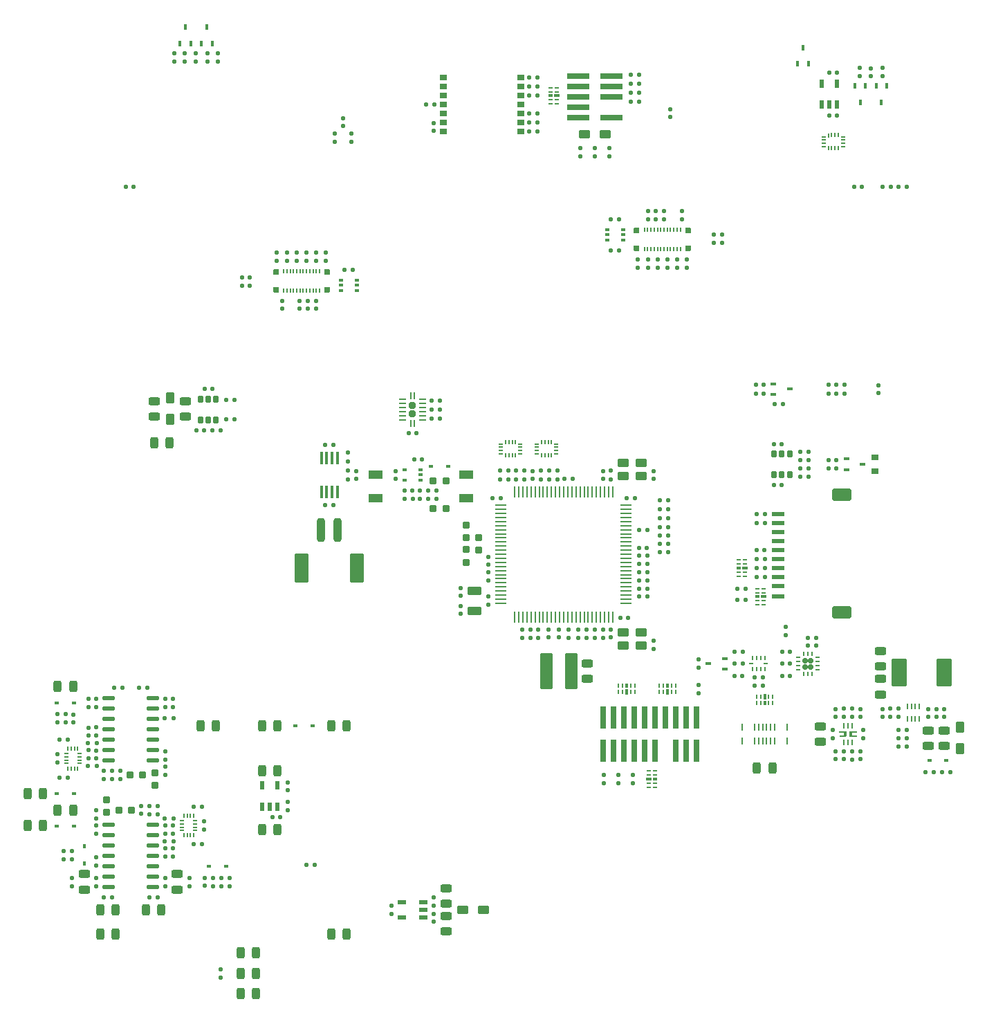
<source format=gbp>
G04 #@! TF.GenerationSoftware,KiCad,Pcbnew,7.0.11-2.fc39*
G04 #@! TF.CreationDate,2024-06-13T18:25:33+01:00*
G04 #@! TF.ProjectId,msf-owl-clock,6d73662d-6f77-46c2-9d63-6c6f636b2e6b,0.1*
G04 #@! TF.SameCoordinates,Original*
G04 #@! TF.FileFunction,Paste,Bot*
G04 #@! TF.FilePolarity,Positive*
%FSLAX46Y46*%
G04 Gerber Fmt 4.6, Leading zero omitted, Abs format (unit mm)*
G04 Created by KiCad (PCBNEW 7.0.11-2.fc39) date 2024-06-13 18:25:33*
%MOMM*%
%LPD*%
G01*
G04 APERTURE LIST*
G04 Aperture macros list*
%AMRoundRect*
0 Rectangle with rounded corners*
0 $1 Rounding radius*
0 $2 $3 $4 $5 $6 $7 $8 $9 X,Y pos of 4 corners*
0 Add a 4 corners polygon primitive as box body*
4,1,4,$2,$3,$4,$5,$6,$7,$8,$9,$2,$3,0*
0 Add four circle primitives for the rounded corners*
1,1,$1+$1,$2,$3*
1,1,$1+$1,$4,$5*
1,1,$1+$1,$6,$7*
1,1,$1+$1,$8,$9*
0 Add four rect primitives between the rounded corners*
20,1,$1+$1,$2,$3,$4,$5,0*
20,1,$1+$1,$4,$5,$6,$7,0*
20,1,$1+$1,$6,$7,$8,$9,0*
20,1,$1+$1,$8,$9,$2,$3,0*%
%AMFreePoly0*
4,1,6,0.324600,-0.299600,-0.324600,-0.299600,-0.324600,0.184478,-0.209478,0.299600,0.324600,0.299600,0.324600,-0.299600,0.324600,-0.299600,$1*%
%AMFreePoly1*
4,1,6,0.324600,-0.299600,-0.209478,-0.299600,-0.324600,-0.184478,-0.324600,0.299600,0.324600,0.299600,0.324600,-0.299600,0.324600,-0.299600,$1*%
%AMFreePoly2*
4,1,6,0.324600,0.184478,0.324600,-0.299600,-0.324600,-0.299600,-0.324600,0.299600,0.209478,0.299600,0.324600,0.184478,0.324600,0.184478,$1*%
%AMFreePoly3*
4,1,6,0.324600,-0.184478,0.209478,-0.299600,-0.324600,-0.299600,-0.324600,0.299600,0.324600,0.299600,0.324600,-0.184478,0.324600,-0.184478,$1*%
%AMFreePoly4*
4,1,6,0.149600,-0.217478,0.017478,-0.349600,-0.149600,-0.349600,-0.149600,0.349600,0.149600,0.349600,0.149600,-0.217478,0.149600,-0.217478,$1*%
G04 Aperture macros list end*
%ADD10RoundRect,0.152500X-0.152500X0.152500X-0.152500X-0.152500X0.152500X-0.152500X0.152500X0.152500X0*%
%ADD11RoundRect,0.041533X-0.083067X0.223067X-0.083067X-0.223067X0.083067X-0.223067X0.083067X0.223067X0*%
%ADD12RoundRect,0.041533X-0.223067X0.083067X-0.223067X-0.083067X0.223067X-0.083067X0.223067X0.083067X0*%
%ADD13RoundRect,0.139114X-0.185486X0.285486X-0.185486X-0.285486X0.185486X-0.285486X0.185486X0.285486X0*%
%ADD14RoundRect,0.127300X-0.127300X-0.157300X0.127300X-0.157300X0.127300X0.157300X-0.127300X0.157300X0*%
%ADD15RoundRect,0.038957X0.050643X0.185643X-0.050643X0.185643X-0.050643X-0.185643X0.050643X-0.185643X0*%
%ADD16FreePoly0,180.000000*%
%ADD17FreePoly1,180.000000*%
%ADD18FreePoly2,180.000000*%
%ADD19FreePoly3,180.000000*%
%ADD20RoundRect,0.127300X0.127300X0.157300X-0.127300X0.157300X-0.127300X-0.157300X0.127300X-0.157300X0*%
%ADD21RoundRect,0.212300X0.212300X0.237300X-0.212300X0.237300X-0.212300X-0.237300X0.212300X-0.237300X0*%
%ADD22RoundRect,0.122300X-0.172300X0.122300X-0.172300X-0.122300X0.172300X-0.122300X0.172300X0.122300X0*%
%ADD23RoundRect,0.127300X-0.157300X0.127300X-0.157300X-0.127300X0.157300X-0.127300X0.157300X0.127300X0*%
%ADD24RoundRect,0.122300X-0.122300X-0.172300X0.122300X-0.172300X0.122300X0.172300X-0.122300X0.172300X0*%
%ADD25RoundRect,0.122300X0.122300X0.172300X-0.122300X0.172300X-0.122300X-0.172300X0.122300X-0.172300X0*%
%ADD26RoundRect,0.127300X0.157300X-0.127300X0.157300X0.127300X-0.157300X0.127300X-0.157300X-0.127300X0*%
%ADD27RoundRect,0.202500X-0.202500X-0.202500X0.202500X-0.202500X0.202500X0.202500X-0.202500X0.202500X0*%
%ADD28RoundRect,0.049800X-0.049800X-0.337300X0.049800X-0.337300X0.049800X0.337300X-0.049800X0.337300X0*%
%ADD29RoundRect,0.049800X-0.337300X-0.049800X0.337300X-0.049800X0.337300X0.049800X-0.337300X0.049800X0*%
%ADD30RoundRect,0.087300X-0.087300X0.699800X-0.087300X-0.699800X0.087300X-0.699800X0.087300X0.699800X0*%
%ADD31RoundRect,0.212300X0.237300X-0.212300X0.237300X0.212300X-0.237300X0.212300X-0.237300X-0.212300X0*%
%ADD32R,0.199200X0.574200*%
%ADD33R,0.399200X0.649200*%
%ADD34R,0.399200X0.574200*%
%ADD35RoundRect,0.122300X0.172300X-0.122300X0.172300X0.122300X-0.172300X0.122300X-0.172300X-0.122300X0*%
%ADD36RoundRect,0.237300X0.237300X0.462300X-0.237300X0.462300X-0.237300X-0.462300X0.237300X-0.462300X0*%
%ADD37RoundRect,0.237300X0.462300X-0.237300X0.462300X0.237300X-0.462300X0.237300X-0.462300X-0.237300X0*%
%ADD38RoundRect,0.237300X-0.462300X0.237300X-0.462300X-0.237300X0.462300X-0.237300X0.462300X0.237300X0*%
%ADD39R,0.549200X0.399200*%
%ADD40RoundRect,0.237300X-0.237300X-0.462300X0.237300X-0.462300X0.237300X0.462300X-0.237300X0.462300X0*%
%ADD41RoundRect,0.143073X-0.531527X-0.381527X0.531527X-0.381527X0.531527X0.381527X-0.531527X0.381527X0*%
%ADD42R,0.649200X0.399200*%
%ADD43RoundRect,0.137300X0.612300X0.137300X-0.612300X0.137300X-0.612300X-0.137300X0.612300X-0.137300X0*%
%ADD44RoundRect,0.142380X0.732220X-0.332220X0.732220X0.332220X-0.732220X0.332220X-0.732220X-0.332220X0*%
%ADD45R,0.549200X0.369200*%
%ADD46R,0.599200X0.349200*%
%ADD47RoundRect,0.045767X0.228833X-0.478833X0.228833X0.478833X-0.228833X0.478833X-0.228833X-0.478833X0*%
%ADD48RoundRect,0.039840X-0.059760X0.209760X-0.059760X-0.209760X0.059760X-0.209760X0.059760X0.209760X0*%
%ADD49RoundRect,0.037300X-0.037300X0.212300X-0.037300X-0.212300X0.037300X-0.212300X0.037300X0.212300X0*%
%ADD50RoundRect,0.041533X-0.233067X0.083067X-0.233067X-0.083067X0.233067X-0.083067X0.233067X0.083067X0*%
%ADD51RoundRect,0.238957X0.635643X-0.310643X0.635643X0.310643X-0.635643X0.310643X-0.635643X-0.310643X0*%
%ADD52RoundRect,0.037300X0.037300X-0.287300X0.037300X0.287300X-0.037300X0.287300X-0.037300X-0.287300X0*%
%ADD53RoundRect,0.037300X0.037300X-0.237300X0.037300X0.237300X-0.037300X0.237300X-0.037300X-0.237300X0*%
%ADD54RoundRect,0.037300X0.237300X-0.037300X0.237300X0.037300X-0.237300X0.037300X-0.237300X-0.037300X0*%
%ADD55RoundRect,0.045767X-0.678833X0.228833X-0.678833X-0.228833X0.678833X-0.228833X0.678833X0.228833X0*%
%ADD56RoundRect,0.144920X-0.999680X0.579680X-0.999680X-0.579680X0.999680X-0.579680X0.999680X0.579680X0*%
%ADD57R,0.574200X0.199200*%
%ADD58R,0.574200X0.399200*%
%ADD59RoundRect,0.041533X0.083067X-0.268067X0.083067X0.268067X-0.083067X0.268067X-0.083067X-0.268067X0*%
%ADD60R,0.689200X2.739200*%
%ADD61R,0.549200X0.199200*%
%ADD62R,0.849200X0.199200*%
%ADD63FreePoly4,0.000000*%
%ADD64R,0.199200X0.649200*%
%ADD65R,0.299200X0.699200*%
%ADD66RoundRect,0.094920X-0.379680X0.579680X-0.379680X-0.579680X0.379680X-0.579680X0.379680X0.579680X0*%
%ADD67RoundRect,0.038957X-0.050643X-0.185643X0.050643X-0.185643X0.050643X0.185643X-0.050643X0.185643X0*%
%ADD68FreePoly0,0.000000*%
%ADD69FreePoly1,0.000000*%
%ADD70FreePoly2,0.000000*%
%ADD71FreePoly3,0.000000*%
%ADD72RoundRect,0.212300X-0.237300X0.212300X-0.237300X-0.212300X0.237300X-0.212300X0.237300X0.212300X0*%
%ADD73RoundRect,0.046825X0.402775X0.327775X-0.402775X0.327775X-0.402775X-0.327775X0.402775X-0.327775X0*%
%ADD74RoundRect,0.212300X-0.212300X-0.237300X0.212300X-0.237300X0.212300X0.237300X-0.212300X0.237300X0*%
%ADD75RoundRect,0.097254X0.802346X1.627346X-0.802346X1.627346X-0.802346X-1.627346X0.802346X-1.627346X0*%
%ADD76RoundRect,0.037300X-0.037300X0.287300X-0.037300X-0.287300X0.037300X-0.287300X0.037300X0.287300X0*%
%ADD77RoundRect,0.037300X-0.037300X0.237300X-0.037300X-0.237300X0.037300X-0.237300X0.037300X0.237300X0*%
%ADD78RoundRect,0.037300X-0.237300X0.037300X-0.237300X-0.037300X0.237300X-0.037300X0.237300X0.037300X0*%
%ADD79RoundRect,0.144920X-0.579680X-2.079680X0.579680X-2.079680X0.579680X2.079680X-0.579680X2.079680X0*%
%ADD80R,0.399200X0.549200*%
%ADD81RoundRect,0.237300X-0.237300X-1.187300X0.237300X-1.187300X0.237300X1.187300X-0.237300X1.187300X0*%
%ADD82RoundRect,0.242944X-0.631656X-1.531656X0.631656X-1.531656X0.631656X1.531656X-0.631656X1.531656X0*%
%ADD83RoundRect,0.062300X-0.649800X-0.062300X0.649800X-0.062300X0.649800X0.062300X-0.649800X0.062300X0*%
%ADD84RoundRect,0.062300X-0.062300X-0.649800X0.062300X-0.649800X0.062300X0.649800X-0.062300X0.649800X0*%
%ADD85RoundRect,0.037300X-0.287300X-0.037300X0.287300X-0.037300X0.287300X0.037300X-0.287300X0.037300X0*%
%ADD86RoundRect,0.037300X-0.237300X-0.037300X0.237300X-0.037300X0.237300X0.037300X-0.237300X0.037300X0*%
%ADD87RoundRect,0.037300X-0.037300X-0.237300X0.037300X-0.237300X0.037300X0.237300X-0.037300X0.237300X0*%
%ADD88RoundRect,0.037300X0.287300X0.037300X-0.287300X0.037300X-0.287300X-0.037300X0.287300X-0.037300X0*%
%ADD89RoundRect,0.037300X0.237300X0.037300X-0.237300X0.037300X-0.237300X-0.037300X0.237300X-0.037300X0*%
%ADD90RoundRect,0.037300X0.037300X0.237300X-0.037300X0.237300X-0.037300X-0.237300X0.037300X-0.237300X0*%
%ADD91RoundRect,0.045767X0.478833X0.228833X-0.478833X0.228833X-0.478833X-0.228833X0.478833X-0.228833X0*%
%ADD92RoundRect,0.187300X0.262300X-0.187300X0.262300X0.187300X-0.262300X0.187300X-0.262300X-0.187300X0*%
%ADD93RoundRect,0.094920X0.379680X-0.579680X0.379680X0.579680X-0.379680X0.579680X-0.379680X-0.579680X0*%
%ADD94RoundRect,0.041533X-0.083067X-0.368067X0.083067X-0.368067X0.083067X0.368067X-0.083067X0.368067X0*%
%ADD95RoundRect,0.094920X-0.579680X-0.379680X0.579680X-0.379680X0.579680X0.379680X-0.579680X0.379680X0*%
%ADD96R,2.739200X0.689200*%
%ADD97RoundRect,0.094920X0.579680X0.379680X-0.579680X0.379680X-0.579680X-0.379680X0.579680X-0.379680X0*%
G04 APERTURE END LIST*
D10*
X139540000Y-113040000D03*
X140260000Y-113040000D03*
X139540000Y-113760000D03*
X140260000Y-113760000D03*
D11*
X139400000Y-112185000D03*
X139900000Y-112185000D03*
X140400000Y-112185000D03*
D12*
X141115000Y-112650000D03*
X141115000Y-113150000D03*
X141115000Y-113650000D03*
X141115000Y-114150000D03*
D11*
X140400000Y-114615000D03*
X139900000Y-114615000D03*
X139400000Y-114615000D03*
D12*
X138685000Y-114150000D03*
X138685000Y-113650000D03*
X138685000Y-113150000D03*
X138685000Y-112650000D03*
D13*
X65550000Y-81050000D03*
X66500000Y-81050000D03*
X67450000Y-81050000D03*
X67450000Y-83550000D03*
X66500000Y-83550000D03*
X65550000Y-83550000D03*
D14*
X65020000Y-84800000D03*
X65980000Y-84800000D03*
D15*
X80120000Y-67740000D03*
X79720000Y-67740000D03*
X79320000Y-67740000D03*
X78920000Y-67740000D03*
X78520000Y-67740000D03*
X78120000Y-67740000D03*
X77720000Y-67740000D03*
X77320000Y-67740000D03*
X76920000Y-67740000D03*
X76520000Y-67740000D03*
X76120000Y-67740000D03*
X75720000Y-67740000D03*
X75720000Y-65340000D03*
X76120000Y-65340000D03*
X76520000Y-65340000D03*
X76920000Y-65340000D03*
X77320000Y-65340000D03*
X77720000Y-65340000D03*
X78120000Y-65340000D03*
X78520000Y-65340000D03*
X78920000Y-65340000D03*
X79320000Y-65340000D03*
X79720000Y-65340000D03*
X80120000Y-65340000D03*
D16*
X81070000Y-67665000D03*
D17*
X81070000Y-65415000D03*
D18*
X74770000Y-67665000D03*
D19*
X74770000Y-65415000D03*
D20*
X137680000Y-113400000D03*
X136720000Y-113400000D03*
D21*
X95575000Y-94400000D03*
X94025000Y-94400000D03*
D22*
X106900000Y-109190000D03*
X106900000Y-110210000D03*
D23*
X94100000Y-47220000D03*
X94100000Y-48180000D03*
D24*
X138990000Y-87500000D03*
X140010000Y-87500000D03*
D23*
X79700000Y-69020000D03*
X79700000Y-69980000D03*
D14*
X64720000Y-130900000D03*
X65680000Y-130900000D03*
D20*
X81780000Y-94000000D03*
X80820000Y-94000000D03*
D22*
X49800000Y-139590000D03*
X49800000Y-140610000D03*
D25*
X52810000Y-125900000D03*
X51790000Y-125900000D03*
D23*
X75500000Y-69020000D03*
X75500000Y-69980000D03*
D26*
X61200000Y-134180000D03*
X61200000Y-133220000D03*
D27*
X91500000Y-81800000D03*
X91500000Y-82800000D03*
D28*
X91250000Y-83987500D03*
D29*
X90312500Y-83550000D03*
X90312500Y-83050000D03*
X90312500Y-82550000D03*
X90312500Y-82050000D03*
X90312500Y-81550000D03*
X90312500Y-81050000D03*
D28*
X91250000Y-80612500D03*
X91750000Y-80612500D03*
D29*
X92687500Y-81050000D03*
X92687500Y-81550000D03*
X92687500Y-82050000D03*
X92687500Y-82550000D03*
X92687500Y-83050000D03*
X92687500Y-83550000D03*
D28*
X91750000Y-83987500D03*
D22*
X61200000Y-139590000D03*
X61200000Y-140610000D03*
D23*
X97400000Y-104120000D03*
X97400000Y-105080000D03*
D24*
X121790000Y-97700000D03*
X122810000Y-97700000D03*
D22*
X122700000Y-63890000D03*
X122700000Y-64910000D03*
D30*
X80325000Y-88187500D03*
X80975000Y-88187500D03*
X81625000Y-88187500D03*
X82275000Y-88187500D03*
X82275000Y-92412500D03*
X81625000Y-92412500D03*
X80975000Y-92412500D03*
X80325000Y-92412500D03*
D24*
X138990000Y-89500000D03*
X140010000Y-89500000D03*
D31*
X60000000Y-128275000D03*
X60000000Y-126725000D03*
D25*
X122810000Y-96700000D03*
X121790000Y-96700000D03*
D22*
X121500000Y-63890000D03*
X121500000Y-64910000D03*
D32*
X118700000Y-116850000D03*
X118200000Y-116850000D03*
D33*
X117700000Y-116850000D03*
D32*
X117200000Y-116850000D03*
X116700000Y-116850000D03*
X116700000Y-116087500D03*
X117200000Y-116087500D03*
D34*
X117700000Y-116087500D03*
D32*
X118200000Y-116087500D03*
X118700000Y-116087500D03*
D35*
X48000000Y-120610000D03*
X48000000Y-119590000D03*
D20*
X131880000Y-114900000D03*
X130920000Y-114900000D03*
D26*
X123000000Y-46480000D03*
X123000000Y-45520000D03*
D20*
X92680000Y-88400000D03*
X91720000Y-88400000D03*
D36*
X72350000Y-151300000D03*
X70450000Y-151300000D03*
D35*
X66400000Y-39710000D03*
X66400000Y-38690000D03*
D26*
X146700000Y-122480000D03*
X146700000Y-121520000D03*
D37*
X141400000Y-122950000D03*
X141400000Y-121050000D03*
D13*
X135750000Y-87750000D03*
X136700000Y-87750000D03*
X137650000Y-87750000D03*
X137650000Y-90250000D03*
X136700000Y-90250000D03*
X135750000Y-90250000D03*
D35*
X80900000Y-64110000D03*
X80900000Y-63090000D03*
D26*
X55700000Y-127480000D03*
X55700000Y-126520000D03*
D38*
X112900000Y-113350000D03*
X112900000Y-115250000D03*
D25*
X49310000Y-122700000D03*
X48290000Y-122700000D03*
D23*
X100800000Y-102220000D03*
X100800000Y-103180000D03*
D38*
X95600000Y-144250000D03*
X95600000Y-146150000D03*
D39*
X47950000Y-118200000D03*
X50050000Y-118200000D03*
D26*
X124500000Y-58980000D03*
X124500000Y-58020000D03*
D23*
X100800000Y-100320000D03*
X100800000Y-101280000D03*
D22*
X126500000Y-112890000D03*
X126500000Y-113910000D03*
D35*
X129400000Y-61910000D03*
X129400000Y-60890000D03*
D37*
X95600000Y-142750000D03*
X95600000Y-140850000D03*
D39*
X47950000Y-129300000D03*
X50050000Y-129300000D03*
D40*
X53250000Y-143500000D03*
X55150000Y-143500000D03*
D41*
X117300000Y-88800000D03*
X119500000Y-88800000D03*
X119500000Y-90400000D03*
X117300000Y-90400000D03*
D26*
X149000000Y-119880000D03*
X149000000Y-118920000D03*
D22*
X108200000Y-89790000D03*
X108200000Y-90810000D03*
X48000000Y-124490000D03*
X48000000Y-125510000D03*
D26*
X94100000Y-142980000D03*
X94100000Y-142020000D03*
D22*
X149000000Y-40490000D03*
X149000000Y-41510000D03*
X52800000Y-133190000D03*
X52800000Y-134210000D03*
D35*
X94400000Y-93210000D03*
X94400000Y-92190000D03*
D26*
X121300000Y-58980000D03*
X121300000Y-58020000D03*
D35*
X71600000Y-67110000D03*
X71600000Y-66090000D03*
D36*
X55150000Y-146500000D03*
X53250000Y-146500000D03*
D35*
X52800000Y-118710000D03*
X52800000Y-117690000D03*
D40*
X65550000Y-121000000D03*
X67450000Y-121000000D03*
D36*
X74950000Y-121000000D03*
X73050000Y-121000000D03*
D22*
X52800000Y-131290000D03*
X52800000Y-132310000D03*
D23*
X148500000Y-79320000D03*
X148500000Y-80280000D03*
D26*
X52800000Y-138080000D03*
X52800000Y-137120000D03*
X147600000Y-41480000D03*
X147600000Y-40520000D03*
D25*
X54710000Y-142000000D03*
X53690000Y-142000000D03*
D22*
X62300000Y-38690000D03*
X62300000Y-39710000D03*
D20*
X91480000Y-92200000D03*
X90520000Y-92200000D03*
D24*
X61190000Y-132300000D03*
X62210000Y-132300000D03*
D25*
X106810000Y-43900000D03*
X105790000Y-43900000D03*
D35*
X133350000Y-116110000D03*
X133350000Y-115090000D03*
D40*
X48050000Y-116200000D03*
X49950000Y-116200000D03*
D26*
X97400000Y-107280000D03*
X97400000Y-106320000D03*
D35*
X144300000Y-119910000D03*
X144300000Y-118890000D03*
D42*
X135691100Y-80450000D03*
X135691100Y-79150000D03*
X137691100Y-79800000D03*
D24*
X93790000Y-82300000D03*
X94810000Y-82300000D03*
D22*
X105900000Y-109190000D03*
X105900000Y-110210000D03*
D35*
X77300000Y-64110000D03*
X77300000Y-63090000D03*
D23*
X115800000Y-109220000D03*
X115800000Y-110180000D03*
D39*
X95850000Y-89200000D03*
X93750000Y-89200000D03*
D22*
X113800000Y-109190000D03*
X113800000Y-110210000D03*
D43*
X59700000Y-133090000D03*
X59700000Y-134360000D03*
X59700000Y-135630000D03*
X59700000Y-136900000D03*
X59700000Y-138170000D03*
X59700000Y-139440000D03*
X59700000Y-140710000D03*
X54300000Y-140710000D03*
X54300000Y-139440000D03*
X54300000Y-138170000D03*
X54300000Y-136900000D03*
X54300000Y-135630000D03*
X54300000Y-134360000D03*
X54300000Y-133090000D03*
D35*
X70600000Y-67110000D03*
X70600000Y-66090000D03*
D44*
X99100000Y-106950000D03*
X99100000Y-104450000D03*
D38*
X51300000Y-139150000D03*
X51300000Y-141050000D03*
D23*
X94100000Y-144020000D03*
X94100000Y-144980000D03*
D22*
X112800000Y-109190000D03*
X112800000Y-110210000D03*
X102200000Y-89790000D03*
X102200000Y-90810000D03*
D26*
X121000000Y-90800000D03*
X121000000Y-89840000D03*
X106200000Y-90780000D03*
X106200000Y-89820000D03*
D35*
X67100000Y-140610000D03*
X67100000Y-139590000D03*
D23*
X65000000Y-38720000D03*
X65000000Y-39680000D03*
D45*
X82750000Y-67750000D03*
X82750000Y-67100000D03*
X82750000Y-66450000D03*
X84650000Y-66450000D03*
X84650000Y-67100000D03*
X84650000Y-67750000D03*
D24*
X119190000Y-101200000D03*
X120210000Y-101200000D03*
D46*
X92450000Y-89650000D03*
X92450000Y-90300000D03*
X92450000Y-90950000D03*
X90550000Y-90950000D03*
X90550000Y-89650000D03*
D36*
X46250000Y-133200000D03*
X44350000Y-133200000D03*
D24*
X119190000Y-103200000D03*
X120210000Y-103200000D03*
D39*
X50050000Y-133300000D03*
X47950000Y-133300000D03*
D24*
X148990000Y-55000000D03*
X150010000Y-55000000D03*
D35*
X133500000Y-80310000D03*
X133500000Y-79290000D03*
X100800000Y-106210000D03*
X100800000Y-105190000D03*
D24*
X59290000Y-142000000D03*
X60310000Y-142000000D03*
D35*
X145300000Y-119910000D03*
X145300000Y-118890000D03*
D47*
X74950000Y-130900000D03*
X74000000Y-130900000D03*
X73050000Y-130900000D03*
X73050000Y-128300000D03*
X74950000Y-128300000D03*
D35*
X123900000Y-64910000D03*
X123900000Y-63890000D03*
D20*
X102280000Y-93100000D03*
X101320000Y-93100000D03*
X143480000Y-41100000D03*
X142520000Y-41100000D03*
D22*
X116700000Y-126990000D03*
X116700000Y-128010000D03*
D20*
X137680000Y-114900000D03*
X136720000Y-114900000D03*
D25*
X134610000Y-100600000D03*
X133590000Y-100600000D03*
X68010000Y-84800000D03*
X66990000Y-84800000D03*
X140010000Y-90500000D03*
X138990000Y-90500000D03*
D24*
X135790000Y-81600000D03*
X136810000Y-81600000D03*
X150990000Y-123500000D03*
X152010000Y-123500000D03*
D26*
X143300000Y-119880000D03*
X143300000Y-118920000D03*
X115600000Y-51280000D03*
X115600000Y-50320000D03*
D35*
X126500000Y-117010000D03*
X126500000Y-115990000D03*
X134350000Y-116110000D03*
X134350000Y-115090000D03*
D32*
X123700000Y-116850000D03*
X123200000Y-116850000D03*
D33*
X122700000Y-116850000D03*
D32*
X122200000Y-116850000D03*
X121700000Y-116850000D03*
X121700000Y-116087500D03*
X122200000Y-116087500D03*
D34*
X122700000Y-116087500D03*
D32*
X123200000Y-116087500D03*
X123700000Y-116087500D03*
D22*
X103200000Y-89790000D03*
X103200000Y-90810000D03*
D42*
X129700000Y-112750000D03*
X129700000Y-114050000D03*
X127700000Y-113400000D03*
D36*
X46250000Y-129300000D03*
X44350000Y-129300000D03*
D24*
X150990000Y-55000000D03*
X152010000Y-55000000D03*
X131290000Y-104200000D03*
X132310000Y-104200000D03*
D20*
X137680000Y-111900000D03*
X136720000Y-111900000D03*
D48*
X133100000Y-112725000D03*
D49*
X133600000Y-112725000D03*
X134100000Y-112725000D03*
D48*
X134600000Y-112725000D03*
D50*
X134750000Y-113400000D03*
D48*
X134600000Y-114075000D03*
D49*
X134100000Y-114075000D03*
X133600000Y-114075000D03*
D48*
X133100000Y-114075000D03*
D50*
X132950000Y-113400000D03*
D35*
X51800000Y-125010000D03*
X51800000Y-123990000D03*
D25*
X152010000Y-122500000D03*
X150990000Y-122500000D03*
D20*
X155280000Y-126700000D03*
X154320000Y-126700000D03*
D22*
X111800000Y-109190000D03*
X111800000Y-110210000D03*
D35*
X128400000Y-61910000D03*
X128400000Y-60890000D03*
X142400000Y-89510000D03*
X142400000Y-88490000D03*
D22*
X125100000Y-63890000D03*
X125100000Y-64910000D03*
D24*
X93790000Y-83400000D03*
X94810000Y-83400000D03*
D25*
X134610000Y-95100000D03*
X133590000Y-95100000D03*
D20*
X57380000Y-55000000D03*
X56420000Y-55000000D03*
D22*
X143400000Y-79290000D03*
X143400000Y-80310000D03*
D41*
X117300000Y-109600000D03*
X119500000Y-109600000D03*
X119500000Y-111200000D03*
X117300000Y-111200000D03*
D51*
X98100000Y-93175000D03*
X98100000Y-90225000D03*
D22*
X67700000Y-38690000D03*
X67700000Y-39710000D03*
D38*
X62700000Y-139150000D03*
X62700000Y-141050000D03*
D24*
X118190000Y-41300000D03*
X119210000Y-41300000D03*
D26*
X51800000Y-122180000D03*
X51800000Y-121220000D03*
D35*
X137200000Y-109910000D03*
X137200000Y-108890000D03*
D24*
X121790000Y-95600000D03*
X122810000Y-95600000D03*
X68690000Y-81100000D03*
X69710000Y-81100000D03*
D39*
X156850000Y-125200000D03*
X154750000Y-125200000D03*
D22*
X119100000Y-63890000D03*
X119100000Y-64910000D03*
D37*
X148800000Y-113750000D03*
X148800000Y-111850000D03*
D22*
X62200000Y-133190000D03*
X62200000Y-134210000D03*
D20*
X143480000Y-46300000D03*
X142520000Y-46300000D03*
D23*
X50000000Y-119620000D03*
X50000000Y-120580000D03*
D36*
X60750000Y-143500000D03*
X58850000Y-143500000D03*
D24*
X121790000Y-99700000D03*
X122810000Y-99700000D03*
D26*
X146300000Y-119880000D03*
X146300000Y-118920000D03*
D20*
X151980000Y-121500000D03*
X151020000Y-121500000D03*
D52*
X108500000Y-87850000D03*
D53*
X108100000Y-87900000D03*
X107700000Y-87900000D03*
X107300000Y-87900000D03*
D54*
X106700000Y-87700000D03*
X106700000Y-87300000D03*
X106700000Y-86900000D03*
X106700000Y-86500000D03*
D53*
X107300000Y-86300000D03*
X107700000Y-86300000D03*
X108100000Y-86300000D03*
X108500000Y-86300000D03*
D54*
X109100000Y-86500000D03*
X109100000Y-86900000D03*
X109100000Y-87300000D03*
X109100000Y-87700000D03*
D55*
X136260000Y-102800000D03*
X136260000Y-101700000D03*
X136260000Y-100600000D03*
X136260000Y-99500000D03*
X136260000Y-98400000D03*
X136260000Y-97300000D03*
X136260000Y-96200000D03*
X136260000Y-95100000D03*
X136260000Y-103900000D03*
X136260000Y-105150000D03*
D56*
X144060000Y-92730000D03*
X144060000Y-107070000D03*
D21*
X95575000Y-91000000D03*
X94025000Y-91000000D03*
D52*
X104100000Y-87850000D03*
D53*
X103700000Y-87900000D03*
X103300000Y-87900000D03*
X102900000Y-87900000D03*
D54*
X102300000Y-87700000D03*
X102300000Y-87300000D03*
X102300000Y-86900000D03*
X102300000Y-86500000D03*
D53*
X102900000Y-86300000D03*
X103300000Y-86300000D03*
X103700000Y-86300000D03*
X104100000Y-86300000D03*
D54*
X104700000Y-86500000D03*
X104700000Y-86900000D03*
X104700000Y-87300000D03*
X104700000Y-87700000D03*
D14*
X135720000Y-91500000D03*
X136680000Y-91500000D03*
D23*
X77700000Y-69020000D03*
X77700000Y-69980000D03*
D22*
X84000000Y-48490000D03*
X84000000Y-49510000D03*
D26*
X154600000Y-119880000D03*
X154600000Y-118920000D03*
X122300000Y-58980000D03*
X122300000Y-58020000D03*
D35*
X61200000Y-137010000D03*
X61200000Y-135990000D03*
D23*
X144300000Y-124120000D03*
X144300000Y-125080000D03*
D57*
X132150000Y-100700000D03*
X132150000Y-101200000D03*
D42*
X132150000Y-101700000D03*
D57*
X132150000Y-102200000D03*
X132150000Y-102700000D03*
X131387500Y-102700000D03*
X131387500Y-102200000D03*
D58*
X131387500Y-101700000D03*
D57*
X131387500Y-101200000D03*
X131387500Y-100700000D03*
D35*
X92400000Y-93210000D03*
X92400000Y-92190000D03*
D22*
X83600000Y-89790000D03*
X83600000Y-90810000D03*
D37*
X59900000Y-83150000D03*
X59900000Y-81250000D03*
D25*
X131910000Y-111900000D03*
X130890000Y-111900000D03*
D43*
X59700000Y-117590000D03*
X59700000Y-118860000D03*
X59700000Y-120130000D03*
X59700000Y-121400000D03*
X59700000Y-122670000D03*
X59700000Y-123940000D03*
X59700000Y-125210000D03*
X54300000Y-125210000D03*
X54300000Y-123940000D03*
X54300000Y-122670000D03*
X54300000Y-121400000D03*
X54300000Y-120130000D03*
X54300000Y-118860000D03*
X54300000Y-117590000D03*
D51*
X87000000Y-93175000D03*
X87000000Y-90225000D03*
D36*
X74950000Y-126500000D03*
X73050000Y-126500000D03*
X74950000Y-133700000D03*
X73050000Y-133700000D03*
D59*
X153550000Y-120140000D03*
X153050000Y-120140000D03*
X152550000Y-120140000D03*
X152050000Y-120140000D03*
X152050000Y-118660000D03*
X152550000Y-118660000D03*
X153050000Y-118660000D03*
X153550000Y-118660000D03*
D20*
X146480000Y-55000000D03*
X145520000Y-55000000D03*
D60*
X126215000Y-124035000D03*
X126215000Y-119965000D03*
X124945000Y-124035000D03*
X124945000Y-119965000D03*
X123675000Y-124035000D03*
X123675000Y-119965000D03*
X122405000Y-119965000D03*
X121135000Y-124035000D03*
X121135000Y-119965000D03*
X119865000Y-124035000D03*
X119865000Y-119965000D03*
X118595000Y-124035000D03*
X118595000Y-119965000D03*
X117325000Y-124035000D03*
X117325000Y-119965000D03*
X116055000Y-124035000D03*
X116055000Y-119965000D03*
X114785000Y-124035000D03*
X114785000Y-119965000D03*
D61*
X144000000Y-122250000D03*
D62*
X144150000Y-121750000D03*
D63*
X144425000Y-122000000D03*
D64*
X144300000Y-121000000D03*
X144800000Y-121000000D03*
X145300000Y-121000000D03*
D65*
X145175000Y-122000000D03*
D62*
X145450000Y-121750000D03*
X145450000Y-122250000D03*
D64*
X145300000Y-123000000D03*
X144800000Y-123000000D03*
X144300000Y-123000000D03*
D33*
X139950000Y-40000000D03*
X138650000Y-40000000D03*
X139300000Y-38000000D03*
X66950000Y-37500000D03*
X65650000Y-37500000D03*
X66300000Y-35500000D03*
D66*
X61800000Y-80900000D03*
X61800000Y-83500000D03*
D25*
X94210000Y-45000000D03*
X93190000Y-45000000D03*
D67*
X119880000Y-60260000D03*
X120280000Y-60260000D03*
X120680000Y-60260000D03*
X121080000Y-60260000D03*
X121480000Y-60260000D03*
X121880000Y-60260000D03*
X122280000Y-60260000D03*
X122680000Y-60260000D03*
X123080000Y-60260000D03*
X123480000Y-60260000D03*
X123880000Y-60260000D03*
X124280000Y-60260000D03*
X124280000Y-62660000D03*
X123880000Y-62660000D03*
X123480000Y-62660000D03*
X123080000Y-62660000D03*
X122680000Y-62660000D03*
X122280000Y-62660000D03*
X121880000Y-62660000D03*
X121480000Y-62660000D03*
X121080000Y-62660000D03*
X120680000Y-62660000D03*
X120280000Y-62660000D03*
X119880000Y-62660000D03*
D68*
X118930000Y-60335000D03*
D69*
X118930000Y-62585000D03*
D70*
X125230000Y-60335000D03*
D71*
X125230000Y-62585000D03*
D22*
X144400000Y-79290000D03*
X144400000Y-80310000D03*
D72*
X98100000Y-96425000D03*
X98100000Y-97975000D03*
D23*
X143300000Y-124120000D03*
X143300000Y-125080000D03*
D33*
X64350000Y-37500000D03*
X63050000Y-37500000D03*
X63700000Y-35500000D03*
D23*
X89400000Y-89820000D03*
X89400000Y-90780000D03*
D22*
X49000000Y-119590000D03*
X49000000Y-120610000D03*
D73*
X104725000Y-41670000D03*
X104725000Y-42770000D03*
X104725000Y-43870000D03*
X104725000Y-44970000D03*
X104725000Y-46070000D03*
X104725000Y-47170000D03*
X104725000Y-48270000D03*
X95275000Y-48270000D03*
X95275000Y-47170000D03*
X95275000Y-46070000D03*
X95275000Y-44970000D03*
X95275000Y-43870000D03*
X95275000Y-42770000D03*
X95275000Y-41670000D03*
D25*
X119210000Y-42400000D03*
X118190000Y-42400000D03*
D35*
X63600000Y-39710000D03*
X63600000Y-38690000D03*
D24*
X119190000Y-105200000D03*
X120210000Y-105200000D03*
D23*
X52800000Y-124020000D03*
X52800000Y-124980000D03*
D24*
X54990000Y-116300000D03*
X56010000Y-116300000D03*
D35*
X54700000Y-127510000D03*
X54700000Y-126490000D03*
D24*
X121790000Y-94500000D03*
X122810000Y-94500000D03*
X118190000Y-43500000D03*
X119210000Y-43500000D03*
D22*
X104200000Y-89790000D03*
X104200000Y-90810000D03*
D24*
X115790000Y-62800000D03*
X116810000Y-62800000D03*
D72*
X54000000Y-130025000D03*
X54000000Y-131575000D03*
D25*
X157310000Y-126700000D03*
X156290000Y-126700000D03*
D24*
X121790000Y-93400000D03*
X122810000Y-93400000D03*
D74*
X56925000Y-127000000D03*
X58475000Y-127000000D03*
D24*
X131290000Y-105600000D03*
X132310000Y-105600000D03*
X119190000Y-100200000D03*
X120210000Y-100200000D03*
D35*
X115800000Y-90810000D03*
X115800000Y-89790000D03*
D14*
X116920000Y-107800000D03*
X117880000Y-107800000D03*
D25*
X140010000Y-88500000D03*
X138990000Y-88500000D03*
X106810000Y-42800000D03*
X105790000Y-42800000D03*
D35*
X150000000Y-119920000D03*
X150000000Y-118900000D03*
D20*
X81780000Y-86600000D03*
X80820000Y-86600000D03*
D35*
X51800000Y-118710000D03*
X51800000Y-117690000D03*
D20*
X111080000Y-90800000D03*
X110120000Y-90800000D03*
D38*
X154600000Y-121550000D03*
X154600000Y-123450000D03*
D14*
X66020000Y-79800000D03*
X66980000Y-79800000D03*
D35*
X68100000Y-140610000D03*
X68100000Y-139590000D03*
D26*
X76200000Y-131280000D03*
X76200000Y-130320000D03*
X120300000Y-58980000D03*
X120300000Y-58020000D03*
D25*
X52810000Y-123100000D03*
X51790000Y-123100000D03*
D35*
X74900000Y-64110000D03*
X74900000Y-63090000D03*
D14*
X135720000Y-86500000D03*
X136680000Y-86500000D03*
D22*
X118500000Y-126990000D03*
X118500000Y-128010000D03*
D39*
X68650000Y-138200000D03*
X66550000Y-138200000D03*
D23*
X68000000Y-150820000D03*
X68000000Y-151780000D03*
D75*
X156575000Y-114500000D03*
X151025000Y-114500000D03*
D24*
X61190000Y-135100000D03*
X62210000Y-135100000D03*
D33*
X145650000Y-42700000D03*
X146950000Y-42700000D03*
X146300000Y-44700000D03*
D36*
X72350000Y-148800000D03*
X70450000Y-148800000D03*
D25*
X91510000Y-93200000D03*
X90490000Y-93200000D03*
D35*
X134491100Y-80310000D03*
X134491100Y-79290000D03*
D26*
X114800000Y-90780000D03*
X114800000Y-89820000D03*
D25*
X134610000Y-96200000D03*
X133590000Y-96200000D03*
D22*
X112000000Y-50290000D03*
X112000000Y-51310000D03*
D35*
X143400000Y-89510000D03*
X143400000Y-88490000D03*
D22*
X52800000Y-139590000D03*
X52800000Y-140610000D03*
X76100000Y-63090000D03*
X76100000Y-64110000D03*
D47*
X143450000Y-45000000D03*
X142500000Y-45000000D03*
X141550000Y-45000000D03*
X141550000Y-42400000D03*
X143450000Y-42400000D03*
D25*
X106810000Y-41700000D03*
X105790000Y-41700000D03*
D35*
X60300000Y-131810000D03*
X60300000Y-130790000D03*
D24*
X119190000Y-102200000D03*
X120210000Y-102200000D03*
D35*
X142400000Y-80310000D03*
X142400000Y-79290000D03*
D22*
X105200000Y-89790000D03*
X105200000Y-90810000D03*
D76*
X142400000Y-48750000D03*
D77*
X142800000Y-48700000D03*
X143200000Y-48700000D03*
X143600000Y-48700000D03*
D78*
X144200000Y-48900000D03*
X144200000Y-49300000D03*
X144200000Y-49700000D03*
X144200000Y-50100000D03*
D77*
X143600000Y-50300000D03*
X143200000Y-50300000D03*
X142800000Y-50300000D03*
X142400000Y-50300000D03*
D78*
X141800000Y-50100000D03*
X141800000Y-49700000D03*
X141800000Y-49300000D03*
X141800000Y-48900000D03*
D79*
X107900000Y-114300000D03*
X110900000Y-114300000D03*
D36*
X72350000Y-153800000D03*
X70450000Y-153800000D03*
D57*
X109150000Y-42900000D03*
X109150000Y-43400000D03*
D42*
X109150000Y-43900000D03*
D57*
X109150000Y-44400000D03*
X109150000Y-44900000D03*
X108387500Y-44900000D03*
X108387500Y-44400000D03*
D58*
X108387500Y-43900000D03*
D57*
X108387500Y-43400000D03*
X108387500Y-42900000D03*
D23*
X66100000Y-139620000D03*
X66100000Y-140580000D03*
D22*
X113800000Y-50290000D03*
X113800000Y-51310000D03*
X59300000Y-130790000D03*
X59300000Y-131810000D03*
D80*
X51300000Y-135750000D03*
X51300000Y-137850000D03*
D23*
X108100000Y-109220000D03*
X108100000Y-110180000D03*
D81*
X80300000Y-97000000D03*
X82300000Y-97000000D03*
D82*
X77950000Y-101650000D03*
X84650000Y-101650000D03*
D83*
X102337500Y-106000000D03*
X102337500Y-105500000D03*
X102337500Y-105000000D03*
X102337500Y-104500000D03*
X102337500Y-104000000D03*
X102337500Y-103500000D03*
X102337500Y-103000000D03*
X102337500Y-102500000D03*
X102337500Y-102000000D03*
X102337500Y-101500000D03*
X102337500Y-101000000D03*
X102337500Y-100500000D03*
X102337500Y-100000000D03*
X102337500Y-99500000D03*
X102337500Y-99000000D03*
X102337500Y-98500000D03*
X102337500Y-98000000D03*
X102337500Y-97500000D03*
X102337500Y-97000000D03*
X102337500Y-96500000D03*
X102337500Y-96000000D03*
X102337500Y-95500000D03*
X102337500Y-95000000D03*
X102337500Y-94500000D03*
X102337500Y-94000000D03*
D84*
X104000000Y-92337500D03*
X104500000Y-92337500D03*
X105000000Y-92337500D03*
X105500000Y-92337500D03*
X106000000Y-92337500D03*
X106500000Y-92337500D03*
X107000000Y-92337500D03*
X107500000Y-92337500D03*
X108000000Y-92337500D03*
X108500000Y-92337500D03*
X109000000Y-92337500D03*
X109500000Y-92337500D03*
X110000000Y-92337500D03*
X110500000Y-92337500D03*
X111000000Y-92337500D03*
X111500000Y-92337500D03*
X112000000Y-92337500D03*
X112500000Y-92337500D03*
X113000000Y-92337500D03*
X113500000Y-92337500D03*
X114000000Y-92337500D03*
X114500000Y-92337500D03*
X115000000Y-92337500D03*
X115500000Y-92337500D03*
X116000000Y-92337500D03*
D83*
X117662500Y-94000000D03*
X117662500Y-94500000D03*
X117662500Y-95000000D03*
X117662500Y-95500000D03*
X117662500Y-96000000D03*
X117662500Y-96500000D03*
X117662500Y-97000000D03*
X117662500Y-97500000D03*
X117662500Y-98000000D03*
X117662500Y-98500000D03*
X117662500Y-99000000D03*
X117662500Y-99500000D03*
X117662500Y-100000000D03*
X117662500Y-100500000D03*
X117662500Y-101000000D03*
X117662500Y-101500000D03*
X117662500Y-102000000D03*
X117662500Y-102500000D03*
X117662500Y-103000000D03*
X117662500Y-103500000D03*
X117662500Y-104000000D03*
X117662500Y-104500000D03*
X117662500Y-105000000D03*
X117662500Y-105500000D03*
X117662500Y-106000000D03*
D84*
X116000000Y-107662500D03*
X115500000Y-107662500D03*
X115000000Y-107662500D03*
X114500000Y-107662500D03*
X114000000Y-107662500D03*
X113500000Y-107662500D03*
X113000000Y-107662500D03*
X112500000Y-107662500D03*
X112000000Y-107662500D03*
X111500000Y-107662500D03*
X111000000Y-107662500D03*
X110500000Y-107662500D03*
X110000000Y-107662500D03*
X109500000Y-107662500D03*
X109000000Y-107662500D03*
X108500000Y-107662500D03*
X108000000Y-107662500D03*
X107500000Y-107662500D03*
X107000000Y-107662500D03*
X106500000Y-107662500D03*
X106000000Y-107662500D03*
X105500000Y-107662500D03*
X105000000Y-107662500D03*
X104500000Y-107662500D03*
X104000000Y-107662500D03*
D25*
X119210000Y-44600000D03*
X118190000Y-44600000D03*
D22*
X82000000Y-48490000D03*
X82000000Y-49510000D03*
D25*
X69710000Y-83500000D03*
X68690000Y-83500000D03*
D26*
X140900000Y-111180000D03*
X140900000Y-110220000D03*
D25*
X116810000Y-59000000D03*
X115790000Y-59000000D03*
D22*
X93400000Y-92190000D03*
X93400000Y-93210000D03*
D25*
X106810000Y-47200000D03*
X105790000Y-47200000D03*
D38*
X156600000Y-121550000D03*
X156600000Y-123450000D03*
D26*
X121000000Y-111580000D03*
X121000000Y-110620000D03*
D37*
X63700000Y-83150000D03*
X63700000Y-81250000D03*
D24*
X93790000Y-81200000D03*
X94810000Y-81200000D03*
D26*
X139900000Y-111180000D03*
X139900000Y-110220000D03*
D35*
X48800000Y-137310000D03*
X48800000Y-136290000D03*
D25*
X59010000Y-116300000D03*
X57990000Y-116300000D03*
D20*
X49280000Y-127300000D03*
X48320000Y-127300000D03*
D23*
X78700000Y-69020000D03*
X78700000Y-69980000D03*
D35*
X66000000Y-133710000D03*
X66000000Y-132690000D03*
D25*
X131910000Y-113400000D03*
X130890000Y-113400000D03*
D35*
X62200000Y-118710000D03*
X62200000Y-117690000D03*
D23*
X58300000Y-130820000D03*
X58300000Y-131780000D03*
D22*
X69100000Y-139590000D03*
X69100000Y-140610000D03*
X110600000Y-109190000D03*
X110600000Y-110210000D03*
D72*
X99600000Y-97925000D03*
X99600000Y-99475000D03*
D26*
X156600000Y-119880000D03*
X156600000Y-118920000D03*
D23*
X88900000Y-143020000D03*
X88900000Y-143980000D03*
X84600000Y-89820000D03*
X84600000Y-90780000D03*
D85*
X49150000Y-125600000D03*
D86*
X49100000Y-125200000D03*
X49100000Y-124800000D03*
X49100000Y-124400000D03*
D87*
X49300000Y-123800000D03*
X49700000Y-123800000D03*
X50100000Y-123800000D03*
X50500000Y-123800000D03*
D86*
X50700000Y-124400000D03*
X50700000Y-124800000D03*
X50700000Y-125200000D03*
X50700000Y-125600000D03*
D87*
X50500000Y-126200000D03*
X50100000Y-126200000D03*
X49700000Y-126200000D03*
X49300000Y-126200000D03*
D33*
X148250000Y-42700000D03*
X149550000Y-42700000D03*
X148900000Y-44700000D03*
D36*
X135541323Y-126191323D03*
X133641323Y-126191323D03*
D14*
X78520000Y-138000000D03*
X79480000Y-138000000D03*
D20*
X75280000Y-132200000D03*
X74320000Y-132200000D03*
D32*
X133600000Y-117450000D03*
X134100000Y-117450000D03*
D33*
X134600000Y-117450000D03*
D32*
X135100000Y-117450000D03*
X135600000Y-117450000D03*
X135600000Y-118212500D03*
X135100000Y-118212500D03*
D34*
X134600000Y-118212500D03*
D32*
X134100000Y-118212500D03*
X133600000Y-118212500D03*
D22*
X64200000Y-139590000D03*
X64200000Y-140610000D03*
D35*
X145300000Y-125110000D03*
X145300000Y-124090000D03*
D25*
X62210000Y-120100000D03*
X61190000Y-120100000D03*
D42*
X144600000Y-89650000D03*
X144600000Y-88350000D03*
X146600000Y-89000000D03*
D88*
X64850000Y-132600000D03*
D89*
X64900000Y-133000000D03*
X64900000Y-133400000D03*
X64900000Y-133800000D03*
D90*
X64700000Y-134400000D03*
X64300000Y-134400000D03*
X63900000Y-134400000D03*
X63500000Y-134400000D03*
D89*
X63300000Y-133800000D03*
X63300000Y-133400000D03*
X63300000Y-133000000D03*
X63300000Y-132600000D03*
D90*
X63500000Y-132000000D03*
X63900000Y-132000000D03*
X64300000Y-132000000D03*
X64700000Y-132000000D03*
D22*
X146200000Y-40490000D03*
X146200000Y-41510000D03*
D24*
X119190000Y-97000000D03*
X120210000Y-97000000D03*
D35*
X79700000Y-64110000D03*
X79700000Y-63090000D03*
D22*
X120300000Y-63890000D03*
X120300000Y-64910000D03*
D35*
X61200000Y-125110000D03*
X61200000Y-124090000D03*
D25*
X106810000Y-48300000D03*
X105790000Y-48300000D03*
D91*
X92800000Y-142550000D03*
X92800000Y-143500000D03*
X92800000Y-144450000D03*
X90200000Y-144450000D03*
X90200000Y-142550000D03*
D24*
X121790000Y-98700000D03*
X122810000Y-98700000D03*
D20*
X134580000Y-99500000D03*
X133620000Y-99500000D03*
D36*
X83450000Y-121000000D03*
X81550000Y-121000000D03*
D25*
X134610000Y-101700000D03*
X133590000Y-101700000D03*
D92*
X148100000Y-89825000D03*
X148100000Y-88175000D03*
D22*
X83600000Y-87590000D03*
X83600000Y-88610000D03*
D20*
X91980000Y-85200000D03*
X91020000Y-85200000D03*
D39*
X77150000Y-121000000D03*
X79250000Y-121000000D03*
D22*
X52800000Y-121190000D03*
X52800000Y-122210000D03*
X151000000Y-118890000D03*
X151000000Y-119910000D03*
D35*
X104900000Y-110210000D03*
X104900000Y-109190000D03*
D57*
X120450000Y-128500000D03*
X120450000Y-128000000D03*
D42*
X120450000Y-127500000D03*
D57*
X120450000Y-127000000D03*
X120450000Y-126500000D03*
X121212500Y-126500000D03*
X121212500Y-127000000D03*
D58*
X121212500Y-127500000D03*
D57*
X121212500Y-128000000D03*
X121212500Y-128500000D03*
D35*
X61200000Y-127000000D03*
X61200000Y-125980000D03*
D22*
X107200000Y-89790000D03*
X107200000Y-90810000D03*
D25*
X134610000Y-102800000D03*
X133590000Y-102800000D03*
D35*
X114900000Y-128010000D03*
X114900000Y-126990000D03*
D93*
X158500000Y-123800000D03*
X158500000Y-121200000D03*
D26*
X142900000Y-122480000D03*
X142900000Y-121520000D03*
D24*
X119190000Y-104200000D03*
X120210000Y-104200000D03*
D31*
X98100000Y-100975000D03*
X98100000Y-99425000D03*
D94*
X131850000Y-122865000D03*
X133350000Y-122865000D03*
X133850000Y-122865000D03*
X134350000Y-122865000D03*
X134850000Y-122865000D03*
X135350000Y-122865000D03*
X135850000Y-122865000D03*
X137350000Y-122865000D03*
X137350000Y-121135000D03*
X135850000Y-121135000D03*
X135350000Y-121135000D03*
X134850000Y-121135000D03*
X134350000Y-121135000D03*
X133850000Y-121135000D03*
X133350000Y-121135000D03*
X131850000Y-121135000D03*
D35*
X78500000Y-64110000D03*
X78500000Y-63090000D03*
D20*
X118680000Y-93100000D03*
X117720000Y-93100000D03*
D26*
X83000000Y-47580000D03*
X83000000Y-46620000D03*
X155600000Y-119880000D03*
X155600000Y-118920000D03*
D21*
X57075000Y-131300000D03*
X55525000Y-131300000D03*
D22*
X114800000Y-109190000D03*
X114800000Y-110210000D03*
X109200000Y-89790000D03*
X109200000Y-90810000D03*
D95*
X112500000Y-48600000D03*
X115100000Y-48600000D03*
D35*
X61200000Y-118710000D03*
X61200000Y-117690000D03*
D23*
X62200000Y-136020000D03*
X62200000Y-136980000D03*
D25*
X84210000Y-65200000D03*
X83190000Y-65200000D03*
D22*
X53700000Y-126490000D03*
X53700000Y-127510000D03*
D36*
X49950000Y-131300000D03*
X48050000Y-131300000D03*
D45*
X117250000Y-60250000D03*
X117250000Y-60900000D03*
X117250000Y-61550000D03*
X115350000Y-61550000D03*
X115350000Y-60900000D03*
X115350000Y-60250000D03*
D38*
X148800000Y-115250000D03*
X148800000Y-117150000D03*
D25*
X106810000Y-46100000D03*
X105790000Y-46100000D03*
D23*
X76200000Y-127920000D03*
X76200000Y-128880000D03*
D24*
X64690000Y-135500000D03*
X65710000Y-135500000D03*
D96*
X115835000Y-41460000D03*
X111765000Y-41460000D03*
X115835000Y-42730000D03*
X111765000Y-42730000D03*
X115835000Y-44000000D03*
X111765000Y-44000000D03*
X111765000Y-45270000D03*
X115835000Y-46540000D03*
X111765000Y-46540000D03*
D57*
X134450000Y-104200000D03*
X134450000Y-104700000D03*
D42*
X134450000Y-105200000D03*
D57*
X134450000Y-105700000D03*
X134450000Y-106200000D03*
X133687500Y-106200000D03*
X133687500Y-105700000D03*
D58*
X133687500Y-105200000D03*
D57*
X133687500Y-104700000D03*
X133687500Y-104200000D03*
D14*
X119220000Y-99200000D03*
X120180000Y-99200000D03*
D40*
X81550000Y-146500000D03*
X83450000Y-146500000D03*
D23*
X146300000Y-124120000D03*
X146300000Y-125080000D03*
D40*
X59850000Y-86400000D03*
X61750000Y-86400000D03*
D22*
X49800000Y-136290000D03*
X49800000Y-137310000D03*
D97*
X100200000Y-143500000D03*
X97600000Y-143500000D03*
D23*
X109400000Y-109220000D03*
X109400000Y-110180000D03*
M02*

</source>
